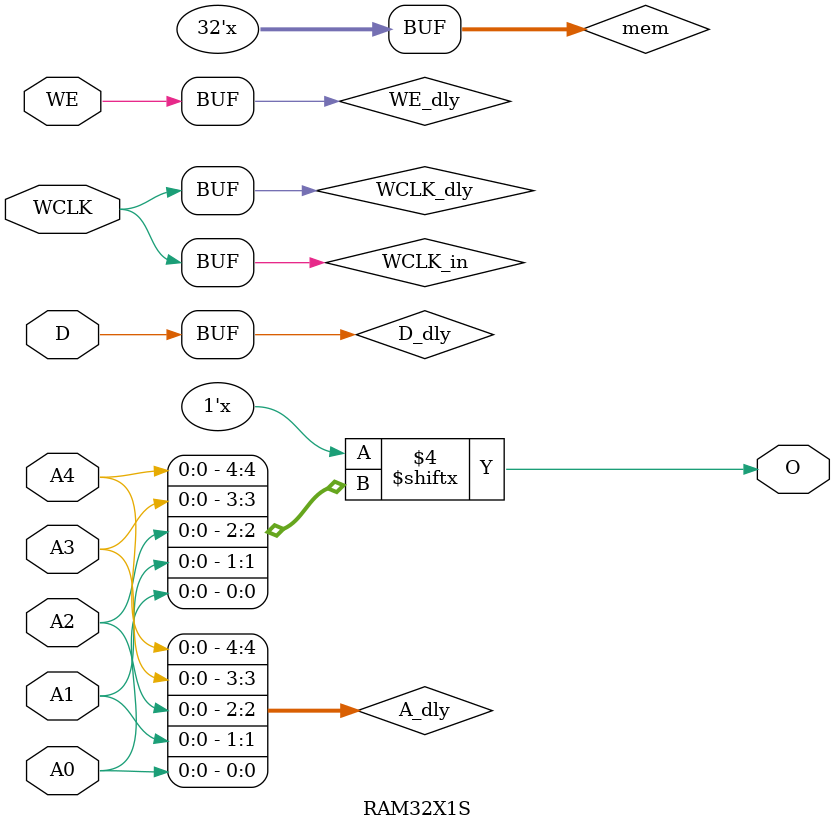
<source format=v>

`timescale  1 ps / 1 ps

`celldefine

module RAM32X1S #(
`ifdef XIL_TIMING
    parameter LOC = "UNPLACED",
`endif
    parameter [31:0] INIT = 32'h00000000,
    parameter [0:0] IS_WCLK_INVERTED = 1'b0
)(
    output O,
    input  A0, 
    input  A1, 
    input  A2, 
    input  A3, 
    input  A4, 
    input  D, 
    input  WCLK, 
    input  WE
);

    reg  [31:0] mem;
    wire [4:0] A_dly;

    reg notifier;
    wire D_dly, WCLK_dly, WE_dly;
    wire WCLK_in;
    
    assign O = mem[A_dly];

    initial 
        mem = INIT;

    always @(posedge WCLK_in) 
        if (WE_dly == 1'b1)
            mem[A_dly] <= #100 D_dly;
    
    always @(notifier)
        mem[A_dly] <= 1'bx;

`ifndef XIL_TIMING
    assign A_dly[0] = A0;
    assign A_dly[1] = A1;
    assign A_dly[2] = A2;
    assign A_dly[3] = A3;
    assign A_dly[4] = A4;
    assign D_dly = D;
    assign WCLK_dly = WCLK;
    assign WE_dly = WE;
`endif

    assign WCLK_in = IS_WCLK_INVERTED ^ WCLK_dly;

`ifdef XIL_TIMING
    specify

    (WCLK => O) = (0:0:0, 0:0:0);
    (A0 => O) = (0:0:0, 0:0:0);
    (A1 => O) = (0:0:0, 0:0:0);
    (A2 => O) = (0:0:0, 0:0:0);
    (A3 => O) = (0:0:0, 0:0:0);
    (A4 => O) = (0:0:0, 0:0:0);

    $setuphold (posedge WCLK, posedge D &&& WE, 0:0:0, 0:0:0, notifier,,,WCLK_dly,D_dly);
    $setuphold (posedge WCLK, negedge D &&& WE, 0:0:0, 0:0:0, notifier,,,WCLK_dly,D_dly);
    $setuphold (posedge WCLK, posedge A0 &&& WE, 0:0:0, 0:0:0, notifier,,,WCLK_dly,A_dly[0]);
    $setuphold (posedge WCLK, negedge A0 &&& WE, 0:0:0, 0:0:0, notifier,,,WCLK_dly,A_dly[0]);
    $setuphold (posedge WCLK, posedge A1 &&& WE, 0:0:0, 0:0:0, notifier,,,WCLK_dly,A_dly[1]);
    $setuphold (posedge WCLK, negedge A1 &&& WE, 0:0:0, 0:0:0, notifier,,,WCLK_dly,A_dly[1]);
    $setuphold (posedge WCLK, posedge A2 &&& WE, 0:0:0, 0:0:0, notifier,,,WCLK_dly,A_dly[2]);
    $setuphold (posedge WCLK, negedge A2 &&& WE, 0:0:0, 0:0:0, notifier,,,WCLK_dly,A_dly[2]);
    $setuphold (posedge WCLK, posedge A3 &&& WE, 0:0:0, 0:0:0, notifier,,,WCLK_dly,A_dly[3]);
    $setuphold (posedge WCLK, negedge A3 &&& WE, 0:0:0, 0:0:0, notifier,,,WCLK_dly,A_dly[3]);
    $setuphold (posedge WCLK, posedge A4 &&& WE, 0:0:0, 0:0:0, notifier,,,WCLK_dly,A_dly[4]);
    $setuphold (posedge WCLK, negedge A4 &&& WE, 0:0:0, 0:0:0, notifier,,,WCLK_dly,A_dly[4]);
    $setuphold (posedge WCLK, posedge WE, 0:0:0, 0:0:0, notifier,,,WCLK_dly,WE_dly);
    $setuphold (posedge WCLK, negedge WE, 0:0:0, 0:0:0, notifier,,,WCLK_dly,WE_dly);
    $period (posedge WCLK &&& WE, 0:0:0, notifier);

    $setuphold (negedge WCLK, posedge D &&& WE, 0:0:0, 0:0:0, notifier,,,WCLK_dly,D_dly);
    $setuphold (negedge WCLK, negedge D &&& WE, 0:0:0, 0:0:0, notifier,,,WCLK_dly,D_dly);
    $setuphold (negedge WCLK, posedge A0 &&& WE, 0:0:0, 0:0:0, notifier,,,WCLK_dly,A_dly[0]);
    $setuphold (negedge WCLK, negedge A0 &&& WE, 0:0:0, 0:0:0, notifier,,,WCLK_dly,A_dly[0]);
    $setuphold (negedge WCLK, posedge A1 &&& WE, 0:0:0, 0:0:0, notifier,,,WCLK_dly,A_dly[1]);
    $setuphold (negedge WCLK, negedge A1 &&& WE, 0:0:0, 0:0:0, notifier,,,WCLK_dly,A_dly[1]);
    $setuphold (negedge WCLK, posedge A2 &&& WE, 0:0:0, 0:0:0, notifier,,,WCLK_dly,A_dly[2]);
    $setuphold (negedge WCLK, negedge A2 &&& WE, 0:0:0, 0:0:0, notifier,,,WCLK_dly,A_dly[2]);
    $setuphold (negedge WCLK, posedge A3 &&& WE, 0:0:0, 0:0:0, notifier,,,WCLK_dly,A_dly[3]);
    $setuphold (negedge WCLK, negedge A3 &&& WE, 0:0:0, 0:0:0, notifier,,,WCLK_dly,A_dly[3]);
    $setuphold (negedge WCLK, posedge A4 &&& WE, 0:0:0, 0:0:0, notifier,,,WCLK_dly,A_dly[4]);
    $setuphold (negedge WCLK, negedge A4 &&& WE, 0:0:0, 0:0:0, notifier,,,WCLK_dly,A_dly[4]);
    $setuphold (negedge WCLK, posedge WE, 0:0:0, 0:0:0, notifier,,,WCLK_dly,WE_dly);
    $setuphold (negedge WCLK, negedge WE, 0:0:0, 0:0:0, notifier,,,WCLK_dly,WE_dly);
    $period (negedge WCLK &&& WE, 0:0:0, notifier);

    specparam PATHPULSE$ = 0;

  endspecify
`endif
    
endmodule

`endcelldefine


</source>
